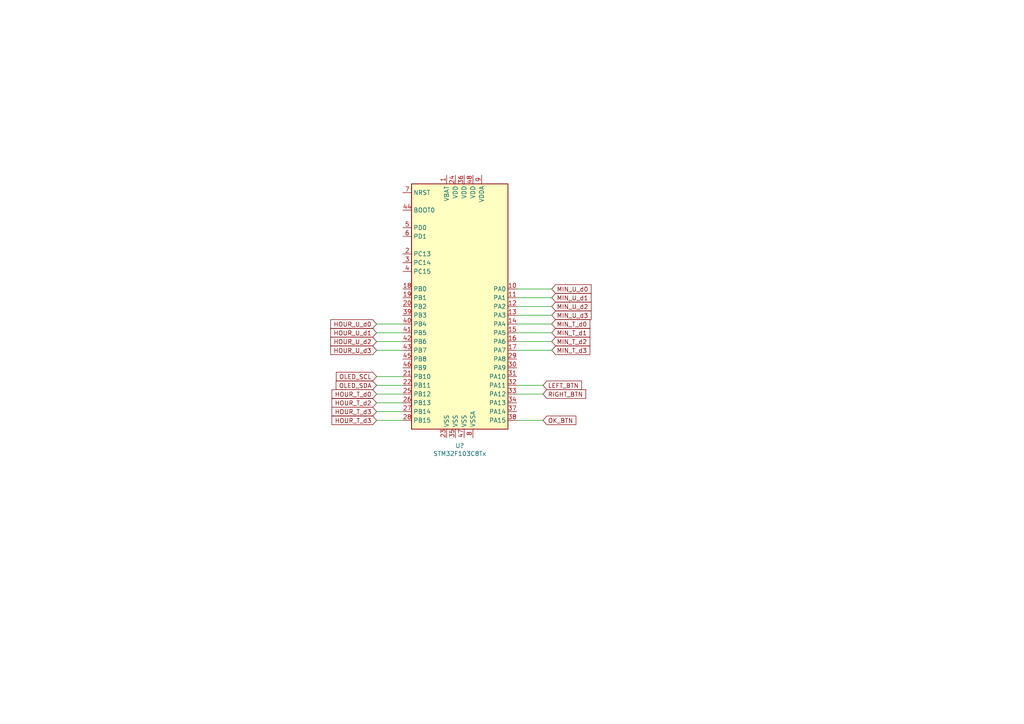
<source format=kicad_sch>
(kicad_sch (version 20211123) (generator eeschema)
  (paper "A4")
  (lib_symbols
    (symbol "MCU_ST_STM32F1:STM32F103C8Tx"
      (property "Reference" "U" (at -15.24 36.83 0))
      (property "Value" "STM32F103C8Tx" (at 7.62 36.83 0))
      (symbol "STM32F103C8Tx_0_1"
        (rectangle (start -15.24 -35.56) (end 12.7 35.56) (stroke (width 0.254)) (fill (type background)))
      )
      (symbol "STM32F103C8Tx_1_1"
        (pin power_in line (at -5.08 38.1 270) (length 2.54) (name "VBAT") (number "1"))
        (pin bidirectional line (at 15.24 5.08 180) (length 2.54) (name "PA0") (number "10"))
        (pin bidirectional line (at 15.24 2.54 180) (length 2.54) (name "PA1") (number "11"))
        (pin bidirectional line (at 15.24 0 180) (length 2.54) (name "PA2") (number "12"))
        (pin bidirectional line (at 15.24 -2.54 180) (length 2.54) (name "PA3") (number "13"))
        (pin bidirectional line (at 15.24 -5.08 180) (length 2.54) (name "PA4") (number "14"))
        (pin bidirectional line (at 15.24 -7.62 180) (length 2.54) (name "PA5") (number "15"))
        (pin bidirectional line (at 15.24 -10.16 180) (length 2.54) (name "PA6") (number "16"))
        (pin bidirectional line (at 15.24 -12.7 180) (length 2.54) (name "PA7") (number "17"))
        (pin bidirectional line (at -17.78 5.08 0) (length 2.54) (name "PB0") (number "18"))
        (pin bidirectional line (at -17.78 2.54 0) (length 2.54) (name "PB1") (number "19"))
        (pin bidirectional line (at -17.78 15.24 0) (length 2.54) (name "PC13") (number "2"))
        (pin bidirectional line (at -17.78 0 0) (length 2.54) (name "PB2") (number "20"))
        (pin bidirectional line (at -17.78 -20.32 0) (length 2.54) (name "PB10") (number "21"))
        (pin bidirectional line (at -17.78 -22.86 0) (length 2.54) (name "PB11") (number "22"))
        (pin power_in line (at -5.08 -38.1 90) (length 2.54) (name "VSS") (number "23"))
        (pin power_in line (at -2.54 38.1 270) (length 2.54) (name "VDD") (number "24"))
        (pin bidirectional line (at -17.78 -25.4 0) (length 2.54) (name "PB12") (number "25"))
        (pin bidirectional line (at -17.78 -27.94 0) (length 2.54) (name "PB13") (number "26"))
        (pin bidirectional line (at -17.78 -30.48 0) (length 2.54) (name "PB14") (number "27"))
        (pin bidirectional line (at -17.78 -33.02 0) (length 2.54) (name "PB15") (number "28"))
        (pin bidirectional line (at 15.24 -15.24 180) (length 2.54) (name "PA8") (number "29"))
        (pin bidirectional line (at -17.78 12.7 0) (length 2.54) (name "PC14") (number "3"))
        (pin bidirectional line (at 15.24 -17.78 180) (length 2.54) (name "PA9") (number "30"))
        (pin bidirectional line (at 15.24 -20.32 180) (length 2.54) (name "PA10") (number "31"))
        (pin bidirectional line (at 15.24 -22.86 180) (length 2.54) (name "PA11") (number "32"))
        (pin bidirectional line (at 15.24 -25.4 180) (length 2.54) (name "PA12") (number "33"))
        (pin bidirectional line (at 15.24 -27.94 180) (length 2.54) (name "PA13") (number "34"))
        (pin power_in line (at -2.54 -38.1 90) (length 2.54) (name "VSS") (number "35"))
        (pin power_in line (at 0 38.1 270) (length 2.54) (name "VDD") (number "36"))
        (pin bidirectional line (at 15.24 -30.48 180) (length 2.54) (name "PA14") (number "37"))
        (pin bidirectional line (at 15.24 -33.02 180) (length 2.54) (name "PA15") (number "38"))
        (pin bidirectional line (at -17.78 -2.54 0) (length 2.54) (name "PB3") (number "39"))
        (pin bidirectional line (at -17.78 10.16 0) (length 2.54) (name "PC15") (number "4"))
        (pin bidirectional line (at -17.78 -5.08 0) (length 2.54) (name "PB4") (number "40"))
        (pin bidirectional line (at -17.78 -7.62 0) (length 2.54) (name "PB5") (number "41"))
        (pin bidirectional line (at -17.78 -10.16 0) (length 2.54) (name "PB6") (number "42"))
        (pin bidirectional line (at -17.78 -12.7 0) (length 2.54) (name "PB7") (number "43"))
        (pin input line (at -17.78 27.94 0) (length 2.54) (name "BOOT0") (number "44"))
        (pin bidirectional line (at -17.78 -15.24 0) (length 2.54) (name "PB8") (number "45"))
        (pin bidirectional line (at -17.78 -17.78 0) (length 2.54) (name "PB9") (number "46"))
        (pin power_in line (at 0 -38.1 90) (length 2.54) (name "VSS") (number "47"))
        (pin power_in line (at 2.54 38.1 270) (length 2.54) (name "VDD") (number "48"))
        (pin input line (at -17.78 22.86 0) (length 2.54) (name "PD0") (number "5"))
        (pin input line (at -17.78 20.32 0) (length 2.54) (name "PD1") (number "6"))
        (pin input line (at -17.78 33.02 0) (length 2.54) (name "NRST") (number "7"))
        (pin power_in line (at 2.54 -38.1 90) (length 2.54) (name "VSSA") (number "8"))
        (pin power_in line (at 5.08 38.1 270) (length 2.54) (name "VDDA") (number "9"))
      )
    )
  )
  (wire (pts (xy 149.86 96.52) (xy 160.02 96.52)))
  (wire (pts (xy 160.02 93.98) (xy 149.86 93.98)))
  (wire (pts (xy 160.02 83.82) (xy 149.86 83.82)))
  (wire (pts (xy 109.22 96.52) (xy 116.84 96.52)))
  (wire (pts (xy 116.84 114.3) (xy 109.22 114.3)))
  (wire (pts (xy 109.22 121.92) (xy 116.84 121.92)))
  (wire (pts (xy 160.02 101.6) (xy 149.86 101.6)))
  (wire (pts (xy 160.02 86.36) (xy 149.86 86.36)))
  (wire (pts (xy 157.48 114.3) (xy 149.86 114.3)))
  (wire (pts (xy 160.02 88.9) (xy 149.86 88.9)))
  (wire (pts (xy 109.22 116.84) (xy 116.84 116.84)))
  (wire (pts (xy 160.02 99.06) (xy 149.86 99.06)))
  (wire (pts (xy 109.22 111.76) (xy 116.84 111.76)))
  (wire (pts (xy 116.84 93.98) (xy 109.22 93.98)))
  (wire (pts (xy 109.22 109.22) (xy 116.84 109.22)))
  (wire (pts (xy 157.48 121.92) (xy 149.86 121.92)))
  (wire (pts (xy 157.48 111.76) (xy 149.86 111.76)))
  (wire (pts (xy 116.84 99.06) (xy 109.22 99.06)))
  (wire (pts (xy 116.84 119.38) (xy 109.22 119.38)))
  (wire (pts (xy 109.22 101.6) (xy 116.84 101.6)))
  (wire (pts (xy 160.02 91.44) (xy 149.86 91.44)))
  (global_label "HOUR_T_d2" (shape input) (at 109.22 116.84 180) (property "Intersheet References" "${INTERSHEET_REFS}" (effects hide)))
  (global_label "MIN_T_d1" (shape input) (at 160.02 96.52 0) (property "Intersheet References" "${INTERSHEET_REFS}" (effects hide)))
  (global_label "MIN_U_d1" (shape input) (at 160.02 86.36 0) (property "Intersheet References" "${INTERSHEET_REFS}" (effects hide)))
  (global_label "HOUR_T_d3" (shape input) (at 109.22 121.92 180) (property "Intersheet References" "${INTERSHEET_REFS}" (effects hide)))
  (global_label "MIN_T_d0" (shape input) (at 160.02 93.98 0) (property "Intersheet References" "${INTERSHEET_REFS}" (effects hide)))
  (global_label "HOUR_T_d0" (shape input) (at 109.22 114.3 180) (property "Intersheet References" "${INTERSHEET_REFS}" (effects hide)))
  (global_label "OLED_SDA" (shape input) (at 109.22 111.76 180) (property "Intersheet References" "${INTERSHEET_REFS}" (effects hide)))
  (global_label "OLED_SCL" (shape input) (at 109.22 109.22 180) (property "Intersheet References" "${INTERSHEET_REFS}" (effects hide)))
  (global_label "LEFT_BTN" (shape input) (at 157.48 111.76 0) (property "Intersheet References" "${INTERSHEET_REFS}" (effects hide)))
  (global_label "HOUR_U_d2" (shape input) (at 109.22 99.06 180) (property "Intersheet References" "${INTERSHEET_REFS}" (effects hide)))
  (global_label "HOUR_U_d1" (shape input) (at 109.22 96.52 180) (property "Intersheet References" "${INTERSHEET_REFS}" (effects hide)))
  (global_label "MIN_U_d0" (shape input) (at 160.02 83.82 0) (property "Intersheet References" "${INTERSHEET_REFS}" (effects hide)))
  (global_label "HOUR_U_d3" (shape input) (at 109.22 101.6 180) (property "Intersheet References" "${INTERSHEET_REFS}" (effects hide)))
  (global_label "MIN_U_d2" (shape input) (at 160.02 88.9 0) (property "Intersheet References" "${INTERSHEET_REFS}" (effects hide)))
  (global_label "MIN_T_d3" (shape input) (at 160.02 101.6 0) (property "Intersheet References" "${INTERSHEET_REFS}" (effects hide)))
  (global_label "MIN_T_d2" (shape input) (at 160.02 99.06 0) (property "Intersheet References" "${INTERSHEET_REFS}" (effects hide)))
  (global_label "HOUR_U_d0" (shape input) (at 109.22 93.98 180) (property "Intersheet References" "${INTERSHEET_REFS}" (effects hide)))
  (global_label "HOUR_T_d3" (shape input) (at 109.22 119.38 180) (property "Intersheet References" "${INTERSHEET_REFS}" (effects hide)))
  (global_label "OK_BTN" (shape input) (at 157.48 121.92 0) (property "Intersheet References" "${INTERSHEET_REFS}" (effects hide)))
  (global_label "MIN_U_d3" (shape input) (at 160.02 91.44 0) (property "Intersheet References" "${INTERSHEET_REFS}" (effects hide)))
  (global_label "RIGHT_BTN" (shape input) (at 157.48 114.3 0) (property "Intersheet References" "${INTERSHEET_REFS}" (effects hide)))
  (symbol (lib_id "MCU_ST_STM32F1:STM32F103C8Tx") (at 134.62 88.9 0) (unit 1)
    (property "Reference" "U?" (at 133.35 129.2606 0))
    (property "Value" "STM32F103C8Tx" (at 133.35 131.572 0))
    (property "Footprint" "Package_QFP:LQFP-48_7x7mm_P0.5mm" (effects hide))
    (property "Datasheet" "http://www.st.com/st-web-ui/static/active/en/resource/technical/document/datasheet/CD00161566.pdf" (effects hide))
  )
)
</source>
